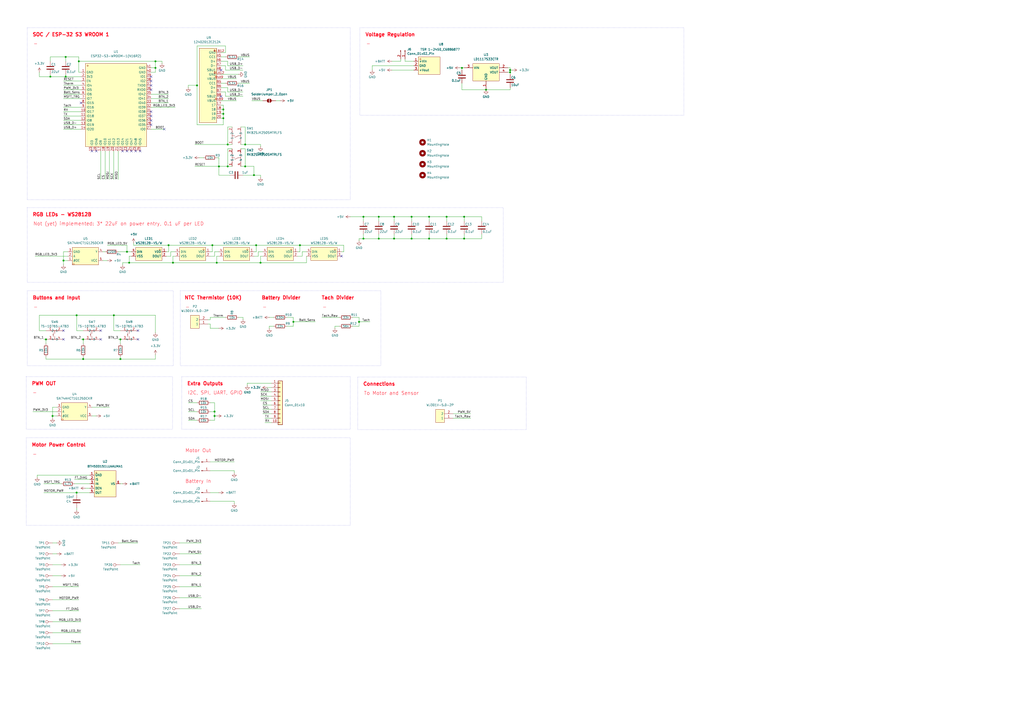
<source format=kicad_sch>
(kicad_sch (version 20250114) (generator "eeschema") (generator_version "9.0")
  (paper "A2")
  (rectangle (start 15.748 168.656) (end 100.584 212.09) (stroke (width 0) (type dot)))
  (rectangle (start 208.788 16.002) (end 396.748 66.802) (stroke (width 0) (type dot)))
  (rectangle (start 15.748 120.396) (end 291.846 163.83) (stroke (width 0) (type dot)))
  (rectangle (start 105.41 218.44) (end 203.2 248.92) (stroke (width 0) (type dot)))
  (rectangle (start 15.24 254) (end 203.2 304.8) (stroke (width 0) (type dot)))
  (rectangle (start 15.24 218.44) (end 100.076 248.92) (stroke (width 0) (type dot)))
  (rectangle (start 207.518 218.694) (end 305.308 249.174) (stroke (width 0) (type dot)))
  (rectangle (start 15.748 16.002) (end 203.2 115.824) (stroke (width 0) (type dot)))
  (rectangle (start 104.648 168.656) (end 220.98 212.09) (stroke (width 0) (type dot)))
  (text "PWM OUT" (at 18.288 221.488 0) (effects (font (size 2 2) (thickness 0.4) (bold yes)) (justify left top)))
  (text "NTC Thermistor (10K)" (at 106.934 171.704 0) (effects (font (size 2 2) (thickness 0.4) (bold yes)) (justify left top)))
  (text "Buttons and Input" (at 18.796 171.704 0) (effects (font (size 2 2) (thickness 0.4) (bold yes)) (justify left top)))
  (text "Extra Outputs" (at 108.458 221.488 0) (effects (font (size 2 2) (thickness 0.4) (bold yes)) (justify left top)))
  (text "-" (at 186.944 177.038 0) (effects (font (size 2 2)) (justify left top)))
  (text "Voltage Regulation" (at 211.836 19.05 0) (effects (font (size 2 2) (thickness 0.4) (bold yes)) (justify left top)))
  (text "Motor Out" (at 107.442 260.35 0) (effects (font (size 2 2)) (justify left top)))
  (text "-" (at 18.796 262.382 0) (effects (font (size 2 2)) (justify left top)))
  (text "RGB LEDs - WS2812B" (at 18.796 123.444 0) (effects (font (size 2 2) (thickness 0.4) (bold yes)) (justify left top)))
  (text "-" (at 107.442 177.038 0) (effects (font (size 2 2)) (justify left top)))
  (text "To Motor and Sensor" (at 211.074 227.076 0) (effects (font (size 2 2)) (justify left top)))
  (text "-" (at 19.304 24.384 0) (effects (font (size 2 2)) (justify left top)))
  (text "SOC / ESP-32 S3 WROOM 1" (at 18.796 19.05 0) (effects (font (size 2 2) (thickness 0.4) (bold yes)) (justify left top)))
  (text "Motor Power Control" (at 18.288 257.048 0) (effects (font (size 2 2) (thickness 0.4) (bold yes)) (justify left top)))
  (text "Not (yet) implemented: 3* 22uF on power entry, 0.1 uF per LED" (at 19.304 128.778 0) (effects (font (size 2 2)) (justify left top)))
  (text "-" (at 19.304 177.038 0) (effects (font (size 2 2)) (justify left top)))
  (text "-" (at 212.344 24.384 0) (effects (font (size 2 2)) (justify left top)))
  (text "-" (at 18.796 226.822 0) (effects (font (size 2 2)) (justify left top)))
  (text "Battery Divider" (at 151.638 171.704 0) (effects (font (size 2 2) (thickness 0.4) (bold yes)) (justify left top)))
  (text "Battery In" (at 107.442 278.13 0) (effects (font (size 2 2)) (justify left top)))
  (text "I2C, SPI, UART, GPIO" (at 108.966 226.822 0) (effects (font (size 2 2)) (justify left top)))
  (text "Connections\n" (at 210.566 221.742 0) (effects (font (size 2 2) (thickness 0.4) (bold yes)) (justify left top)))
  (text "-" (at 152.146 177.038 0) (effects (font (size 2 2)) (justify left top)))
  (text "Tach Divider\n" (at 186.436 171.704 0) (effects (font (size 2 2) (thickness 0.4) (bold yes)) (justify left top)))
  (junction (at 69.85 208.28))
  (junction (at 269.24 125.73))
  (junction (at 219.71 125.73))
  (junction (at 210.82 125.73))
  (junction (at 90.17 35.56))
  (junction (at 295.91 40.64))
  (junction (at 248.92 125.73))
  (junction (at 124.46 241.3))
  (junction (at 38.1 33.02))
  (junction (at 44.45 182.88))
  (junction (at 29.21 44.45))
  (junction (at 248.92 138.43))
  (junction (at 123.19 142.24))
  (junction (at 127 96.52))
  (junction (at 129.54 63.5))
  (junction (at 142.24 96.52))
  (junction (at 36.83 151.13))
  (junction (at 208.28 186.69))
  (junction (at 151.13 152.4))
  (junction (at 219.71 138.43))
  (junction (at 97.79 142.24))
  (junction (at 125.73 152.4))
  (junction (at 26.67 196.85))
  (junction (at 48.26 196.85))
  (junction (at 147.32 101.6))
  (junction (at 170.18 186.69))
  (junction (at 173.99 142.24))
  (junction (at 269.24 138.43))
  (junction (at 48.26 208.28))
  (junction (at 44.45 285.75))
  (junction (at 129.54 68.58))
  (junction (at 148.59 142.24))
  (junction (at 45.72 35.56))
  (junction (at 238.76 138.43))
  (junction (at 259.08 125.73))
  (junction (at 295.91 41.91))
  (junction (at 73.66 146.05))
  (junction (at 281.94 52.07))
  (junction (at 238.76 125.73))
  (junction (at 124.46 238.76))
  (junction (at 129.54 66.04))
  (junction (at 132.08 96.52))
  (junction (at 267.97 39.37))
  (junction (at 90.17 39.37))
  (junction (at 259.08 138.43))
  (junction (at 66.04 182.88))
  (junction (at 69.85 196.85))
  (junction (at 228.6 125.73))
  (junction (at 74.93 152.4))
  (junction (at 132.08 83.82))
  (junction (at 38.1 44.45))
  (junction (at 30.48 241.3))
  (junction (at 210.82 138.43))
  (junction (at 114.3 49.53))
  (junction (at 100.33 152.4))
  (junction (at 142.24 83.82))
  (junction (at 228.6 138.43))
  (no_connect (at 81.28 87.63))
  (no_connect (at 87.63 52.07))
  (no_connect (at 80.01 191.77))
  (no_connect (at 87.63 64.77))
  (no_connect (at 76.2 87.63))
  (no_connect (at 78.74 87.63))
  (no_connect (at 87.63 69.85))
  (no_connect (at 73.66 87.63))
  (no_connect (at 128.27 55.88))
  (no_connect (at 128.27 40.64))
  (no_connect (at 87.63 67.31))
  (no_connect (at 46.99 59.69))
  (no_connect (at 87.63 49.53))
  (no_connect (at 95.25 74.93))
  (no_connect (at 198.12 148.59))
  (no_connect (at 55.88 87.63))
  (no_connect (at 71.12 87.63))
  (no_connect (at 87.63 44.45))
  (no_connect (at 36.83 191.77))
  (no_connect (at 58.42 191.77))
  (no_connect (at 58.42 196.85))
  (no_connect (at 36.83 196.85))
  (no_connect (at 80.01 196.85))
  (no_connect (at 87.63 72.39))
  (no_connect (at 53.34 87.63))
  (no_connect (at 87.63 46.99))
  (wire (pts (xy 109.22 233.68) (xy 114.3 233.68)))
  (wire (pts (xy 142.24 73.66) (xy 139.7 73.66)))
  (wire (pts (xy 151.13 232.41) (xy 157.48 232.41)))
  (wire (pts (xy 99.06 146.05) (xy 101.6 146.05)))
  (wire (pts (xy 142.24 96.52) (xy 147.32 96.52)))
  (wire (pts (xy 210.82 135.89) (xy 210.82 138.43)))
  (wire (pts (xy 26.67 208.28) (xy 26.67 207.01)))
  (wire (pts (xy 44.45 182.88) (xy 22.86 182.88)))
  (wire (pts (xy 227.33 40.64) (xy 240.03 40.64)))
  (wire (pts (xy 228.6 125.73) (xy 238.76 125.73)))
  (wire (pts (xy 138.43 33.02) (xy 144.78 33.02)))
  (wire (pts (xy 46.99 196.85) (xy 48.26 196.85)))
  (wire (pts (xy 36.83 57.15) (xy 46.99 57.15)))
  (wire (pts (xy 121.92 187.96) (xy 121.92 190.5)))
  (wire (pts (xy 19.05 238.76) (xy 33.02 238.76)))
  (wire (pts (xy 294.64 41.91) (xy 295.91 41.91)))
  (wire (pts (xy 22.86 191.77) (xy 26.67 191.77)))
  (wire (pts (xy 130.81 30.48) (xy 130.81 26.67)))
  (wire (pts (xy 109.22 243.84) (xy 114.3 243.84)))
  (wire (pts (xy 68.58 146.05) (xy 73.66 146.05)))
  (wire (pts (xy 259.08 125.73) (xy 269.24 125.73)))
  (wire (pts (xy 73.66 146.05) (xy 76.2 146.05)))
  (wire (pts (xy 21.59 276.86) (xy 21.59 275.59)))
  (wire (pts (xy 194.31 189.23) (xy 196.85 189.23)))
  (wire (pts (xy 30.48 334.01) (xy 35.56 334.01)))
  (wire (pts (xy 129.54 72.39) (xy 129.54 68.58)))
  (wire (pts (xy 128.27 35.56) (xy 132.08 35.56)))
  (wire (pts (xy 87.63 39.37) (xy 90.17 39.37)))
  (wire (pts (xy 172.72 146.05) (xy 173.99 146.05)))
  (wire (pts (xy 152.4 240.03) (xy 157.48 240.03)))
  (wire (pts (xy 238.76 125.73) (xy 248.92 125.73)))
  (wire (pts (xy 100.33 148.59) (xy 100.33 152.4)))
  (wire (pts (xy 130.81 38.1) (xy 128.27 38.1)))
  (wire (pts (xy 87.63 62.23) (xy 101.6 62.23)))
  (wire (pts (xy 87.63 41.91) (xy 90.17 41.91)))
  (wire (pts (xy 104.14 340.36) (xy 116.84 340.36)))
  (wire (pts (xy 104.14 346.71) (xy 116.84 346.71)))
  (wire (pts (xy 36.83 151.13) (xy 36.83 153.67)))
  (wire (pts (xy 234.95 35.56) (xy 240.03 35.56)))
  (wire (pts (xy 38.1 44.45) (xy 29.21 44.45)))
  (wire (pts (xy 295.91 39.37) (xy 295.91 40.64)))
  (wire (pts (xy 38.1 43.18) (xy 38.1 44.45)))
  (wire (pts (xy 157.48 224.79) (xy 154.94 224.79)))
  (wire (pts (xy 69.85 207.01) (xy 69.85 208.28)))
  (wire (pts (xy 127 91.44) (xy 127 96.52)))
  (wire (pts (xy 127 148.59) (xy 125.73 148.59)))
  (wire (pts (xy 238.76 138.43) (xy 248.92 138.43)))
  (wire (pts (xy 48.26 196.85) (xy 48.26 199.39)))
  (wire (pts (xy 30.48 242.57) (xy 30.48 241.3)))
  (wire (pts (xy 208.28 184.15) (xy 208.28 186.69)))
  (wire (pts (xy 118.11 91.44) (xy 115.57 91.44)))
  (wire (pts (xy 29.21 44.45) (xy 22.86 44.45)))
  (wire (pts (xy 147.32 148.59) (xy 149.86 148.59)))
  (wire (pts (xy 228.6 138.43) (xy 238.76 138.43)))
  (wire (pts (xy 295.91 50.8) (xy 295.91 52.07)))
  (wire (pts (xy 44.45 191.77) (xy 48.26 191.77)))
  (wire (pts (xy 219.71 125.73) (xy 228.6 125.73)))
  (wire (pts (xy 30.48 354.33) (xy 45.72 354.33)))
  (wire (pts (xy 134.62 73.66) (xy 132.08 73.66)))
  (wire (pts (xy 45.72 35.56) (xy 45.72 33.02)))
  (wire (pts (xy 138.43 48.26) (xy 144.78 48.26)))
  (wire (pts (xy 295.91 40.64) (xy 295.91 41.91)))
  (wire (pts (xy 153.67 242.57) (xy 157.48 242.57)))
  (wire (pts (xy 46.99 44.45) (xy 38.1 44.45)))
  (wire (pts (xy 104.14 321.31) (xy 116.84 321.31)))
  (wire (pts (xy 130.81 53.34) (xy 130.81 55.88)))
  (wire (pts (xy 69.85 327.66) (xy 81.28 327.66)))
  (wire (pts (xy 210.82 138.43) (xy 219.71 138.43)))
  (wire (pts (xy 238.76 125.73) (xy 238.76 128.27)))
  (wire (pts (xy 128.27 45.72) (xy 137.16 45.72)))
  (wire (pts (xy 208.28 138.43) (xy 210.82 138.43)))
  (wire (pts (xy 151.13 227.33) (xy 157.48 227.33)))
  (wire (pts (xy 45.72 41.91) (xy 45.72 35.56)))
  (wire (pts (xy 22.86 182.88) (xy 22.86 191.77)))
  (wire (pts (xy 128.27 66.04) (xy 129.54 66.04)))
  (wire (pts (xy 142.24 83.82) (xy 151.13 83.82)))
  (wire (pts (xy 129.54 68.58) (xy 129.54 66.04)))
  (wire (pts (xy 46.99 41.91) (xy 45.72 41.91)))
  (wire (pts (xy 39.37 146.05) (xy 36.83 146.05)))
  (wire (pts (xy 87.63 57.15) (xy 97.79 57.15)))
  (wire (pts (xy 90.17 182.88) (xy 90.17 193.04)))
  (wire (pts (xy 59.69 146.05) (xy 60.96 146.05)))
  (wire (pts (xy 68.58 196.85) (xy 69.85 196.85)))
  (wire (pts (xy 121.92 190.5) (xy 127 190.5)))
  (wire (pts (xy 113.03 83.82) (xy 132.08 83.82)))
  (wire (pts (xy 128.27 48.26) (xy 130.81 48.26)))
  (wire (pts (xy 87.63 54.61) (xy 97.79 54.61)))
  (wire (pts (xy 132.08 53.34) (xy 140.97 53.34)))
  (wire (pts (xy 123.19 142.24) (xy 148.59 142.24)))
  (wire (pts (xy 120.65 185.42) (xy 121.92 185.42)))
  (wire (pts (xy 139.7 96.52) (xy 142.24 96.52)))
  (wire (pts (xy 25.4 285.75) (xy 44.45 285.75)))
  (wire (pts (xy 135.89 290.83) (xy 135.89 292.1)))
  (wire (pts (xy 262.89 242.57) (xy 273.05 242.57)))
  (wire (pts (xy 170.18 184.15) (xy 170.18 186.69)))
  (wire (pts (xy 30.48 367.03) (xy 46.99 367.03)))
  (wire (pts (xy 219.71 125.73) (xy 219.71 128.27)))
  (wire (pts (xy 90.17 39.37) (xy 90.17 41.91)))
  (wire (pts (xy 259.08 135.89) (xy 259.08 138.43)))
  (wire (pts (xy 135.89 273.05) (xy 135.89 274.32)))
  (wire (pts (xy 130.81 26.67) (xy 114.3 26.67)))
  (wire (pts (xy 248.92 125.73) (xy 248.92 128.27)))
  (wire (pts (xy 49.53 283.21) (xy 52.07 283.21)))
  (wire (pts (xy 77.47 142.24) (xy 97.79 142.24)))
  (wire (pts (xy 38.1 33.02) (xy 45.72 33.02)))
  (wire (pts (xy 166.37 184.15) (xy 170.18 184.15)))
  (wire (pts (xy 48.26 207.01) (xy 48.26 208.28)))
  (wire (pts (xy 30.48 347.98) (xy 45.72 347.98)))
  (wire (pts (xy 90.17 182.88) (xy 66.04 182.88)))
  (wire (pts (xy 30.48 236.22) (xy 33.02 236.22)))
  (wire (pts (xy 30.48 373.38) (xy 46.99 373.38)))
  (wire (pts (xy 266.7 39.37) (xy 267.97 39.37)))
  (wire (pts (xy 104.14 327.66) (xy 116.84 327.66)))
  (wire (pts (xy 147.32 146.05) (xy 148.59 146.05)))
  (wire (pts (xy 71.12 153.67) (xy 71.12 152.4)))
  (wire (pts (xy 232.41 35.56) (xy 232.41 34.29)))
  (wire (pts (xy 44.45 294.64) (xy 44.45 295.91)))
  (wire (pts (xy 128.27 53.34) (xy 130.81 53.34)))
  (wire (pts (xy 22.86 44.45) (xy 22.86 41.91)))
  (wire (pts (xy 152.4 148.59) (xy 151.13 148.59)))
  (wire (pts (xy 203.2 125.73) (xy 210.82 125.73)))
  (wire (pts (xy 66.04 182.88) (xy 66.04 191.77)))
  (wire (pts (xy 139.7 86.36) (xy 142.24 86.36)))
  (wire (pts (xy 36.83 69.85) (xy 46.99 69.85)))
  (wire (pts (xy 269.24 125.73) (xy 269.24 128.27)))
  (wire (pts (xy 132.08 38.1) (xy 140.97 38.1)))
  (wire (pts (xy 25.4 280.67) (xy 35.56 280.67)))
  (wire (pts (xy 140.97 40.64) (xy 130.81 40.64)))
  (wire (pts (xy 215.9 38.1) (xy 240.03 38.1)))
  (wire (pts (xy 234.95 34.29) (xy 234.95 35.56)))
  (wire (pts (xy 204.47 184.15) (xy 208.28 184.15)))
  (wire (pts (xy 140.97 184.15) (xy 140.97 185.42)))
  (wire (pts (xy 44.45 285.75) (xy 44.45 287.02)))
  (wire (pts (xy 36.83 62.23) (xy 46.99 62.23)))
  (wire (pts (xy 199.39 142.24) (xy 199.39 146.05)))
  (wire (pts (xy 175.26 146.05) (xy 177.8 146.05)))
  (wire (pts (xy 186.69 184.15) (xy 196.85 184.15)))
  (wire (pts (xy 142.24 86.36) (xy 142.24 96.52)))
  (wire (pts (xy 295.91 52.07) (xy 281.94 52.07)))
  (wire (pts (xy 121.92 233.68) (xy 124.46 233.68)))
  (wire (pts (xy 134.62 86.36) (xy 132.08 86.36)))
  (wire (pts (xy 114.3 26.67) (xy 114.3 49.53)))
  (wire (pts (xy 53.34 236.22) (xy 63.5 236.22)))
  (wire (pts (xy 97.79 142.24) (xy 123.19 142.24)))
  (wire (pts (xy 96.52 148.59) (xy 99.06 148.59)))
  (wire (pts (xy 142.24 83.82) (xy 142.24 73.66)))
  (wire (pts (xy 199.39 146.05) (xy 198.12 146.05)))
  (wire (pts (xy 128.27 33.02) (xy 130.81 33.02)))
  (wire (pts (xy 120.65 187.96) (xy 121.92 187.96)))
  (wire (pts (xy 132.08 83.82) (xy 134.62 83.82)))
  (wire (pts (xy 121.92 290.83) (xy 135.89 290.83)))
  (wire (pts (xy 153.67 245.11) (xy 157.48 245.11)))
  (wire (pts (xy 172.72 148.59) (xy 175.26 148.59)))
  (wire (pts (xy 127 96.52) (xy 132.08 96.52)))
  (wire (pts (xy 140.97 101.6) (xy 147.32 101.6)))
  (wire (pts (xy 133.35 101.6) (xy 127 101.6)))
  (wire (pts (xy 129.54 63.5) (xy 129.54 60.96)))
  (wire (pts (xy 77.47 140.97) (xy 77.47 142.24)))
  (wire (pts (xy 100.33 152.4) (xy 125.73 152.4)))
  (wire (pts (xy 148.59 142.24) (xy 173.99 142.24)))
  (wire (pts (xy 71.12 152.4) (xy 74.93 152.4)))
  (wire (pts (xy 139.7 83.82) (xy 142.24 83.82)))
  (wire (pts (xy 262.89 240.03) (xy 273.05 240.03)))
  (wire (pts (xy 48.26 208.28) (xy 26.67 208.28)))
  (wire (pts (xy 30.48 360.68) (xy 46.99 360.68)))
  (wire (pts (xy 170.18 186.69) (xy 182.88 186.69)))
  (wire (pts (xy 36.83 67.31) (xy 46.99 67.31)))
  (wire (pts (xy 208.28 139.7) (xy 208.28 138.43)))
  (wire (pts (xy 63.5 87.63) (xy 63.5 104.14)))
  (wire (pts (xy 60.96 87.63) (xy 60.96 104.14)))
  (wire (pts (xy 90.17 35.56) (xy 93.98 35.56)))
  (wire (pts (xy 36.83 151.13) (xy 39.37 151.13)))
  (wire (pts (xy 26.67 196.85) (xy 26.67 199.39)))
  (wire (pts (xy 121.92 148.59) (xy 124.46 148.59)))
  (wire (pts (xy 121.92 184.15) (xy 121.92 185.42)))
  (wire (pts (xy 210.82 125.73) (xy 219.71 125.73)))
  (wire (pts (xy 219.71 138.43) (xy 228.6 138.43)))
  (wire (pts (xy 238.76 135.89) (xy 238.76 138.43)))
  (wire (pts (xy 125.73 241.3) (xy 124.46 241.3)))
  (wire (pts (xy 66.04 87.63) (xy 66.04 104.14)))
  (wire (pts (xy 127 101.6) (xy 127 96.52)))
  (wire (pts (xy 30.48 340.36) (xy 45.72 340.36)))
  (wire (pts (xy 30.48 321.31) (xy 33.02 321.31)))
  (wire (pts (xy 148.59 142.24) (xy 148.59 146.05)))
  (wire (pts (xy 208.28 186.69) (xy 208.28 189.23)))
  (wire (pts (xy 143.51 223.52) (xy 143.51 222.25)))
  (wire (pts (xy 101.6 148.59) (xy 100.33 148.59)))
  (wire (pts (xy 129.54 66.04) (xy 129.54 63.5)))
  (wire (pts (xy 149.86 148.59) (xy 149.86 146.05)))
  (wire (pts (xy 66.04 191.77) (xy 69.85 191.77)))
  (wire (pts (xy 29.21 35.56) (xy 29.21 33.02)))
  (wire (pts (xy 267.97 39.37) (xy 267.97 40.64)))
  (wire (pts (xy 269.24 125.73) (xy 279.4 125.73)))
  (wire (pts (xy 175.26 148.59) (xy 175.26 146.05)))
  (wire (pts (xy 43.18 278.13) (xy 52.07 278.13)))
  (wire (pts (xy 295.91 41.91) (xy 295.91 43.18)))
  (wire (pts (xy 248.92 138.43) (xy 259.08 138.43)))
  (wire (pts (xy 43.18 280.67) (xy 52.07 280.67)))
  (wire (pts (xy 25.4 196.85) (xy 26.67 196.85)))
  (wire (pts (xy 96.52 146.05) (xy 97.79 146.05)))
  (wire (pts (xy 156.21 189.23) (xy 158.75 189.23)))
  (wire (pts (xy 69.85 208.28) (xy 48.26 208.28)))
  (wire (pts (xy 36.83 146.05) (xy 36.83 151.13)))
  (wire (pts (xy 87.63 74.93) (xy 95.25 74.93)))
  (wire (pts (xy 99.06 148.59) (xy 99.06 146.05)))
  (wire (pts (xy 104.14 353.06) (xy 116.84 353.06)))
  (wire (pts (xy 62.23 142.24) (xy 73.66 142.24)))
  (wire (pts (xy 104.14 334.01) (xy 116.84 334.01)))
  (wire (pts (xy 146.05 58.42) (xy 152.4 58.42)))
  (wire (pts (xy 259.08 125.73) (xy 259.08 128.27)))
  (wire (pts (xy 59.69 151.13) (xy 62.23 151.13)))
  (wire (pts (xy 124.46 146.05) (xy 127 146.05)))
  (wire (pts (xy 151.13 152.4) (xy 177.8 152.4)))
  (wire (pts (xy 248.92 135.89) (xy 248.92 138.43)))
  (wire (pts (xy 294.64 39.37) (xy 295.91 39.37)))
  (wire (pts (xy 104.14 314.96) (xy 116.84 314.96)))
  (wire (pts (xy 170.18 189.23) (xy 166.37 189.23)))
  (wire (pts (xy 128.27 68.58) (xy 129.54 68.58)))
  (wire (pts (xy 219.71 135.89) (xy 219.71 138.43)))
  (wire (pts (xy 44.45 182.88) (xy 44.45 191.77)))
  (wire (pts (xy 228.6 135.89) (xy 228.6 138.43)))
  (wire (pts (xy 29.21 33.02) (xy 38.1 33.02)))
  (wire (pts (xy 259.08 138.43) (xy 269.24 138.43)))
  (wire (pts (xy 44.45 285.75) (xy 52.07 285.75)))
  (wire (pts (xy 160.02 58.42) (xy 162.56 58.42)))
  (wire (pts (xy 124.46 233.68) (xy 124.46 238.76)))
  (wire (pts (xy 66.04 182.88) (xy 44.45 182.88)))
  (wire (pts (xy 156.21 190.5) (xy 156.21 189.23)))
  (wire (pts (xy 177.8 152.4) (xy 177.8 148.59)))
  (wire (pts (xy 58.42 87.63) (xy 58.42 104.14)))
  (wire (pts (xy 151.13 102.87) (xy 151.13 101.6)))
  (wire (pts (xy 269.24 138.43) (xy 279.4 138.43)))
  (wire (pts (xy 114.3 49.53) (xy 114.3 72.39)))
  (wire (pts (xy 36.83 46.99) (xy 46.99 46.99)))
  (wire (pts (xy 124.46 243.84) (xy 121.92 243.84)))
  (wire (pts (xy 113.03 96.52) (xy 127 96.52)))
  (wire (pts (xy 152.4 234.95) (xy 157.48 234.95)))
  (wire (pts (xy 130.81 40.64) (xy 130.81 38.1)))
  (wire (pts (xy 76.2 148.59) (xy 74.93 148.59)))
  (wire (pts (xy 151.13 148.59) (xy 151.13 152.4)))
  (wire (pts (xy 128.27 43.18) (xy 138.43 43.18)))
  (wire (pts (xy 36.83 72.39) (xy 46.99 72.39)))
  (wire (pts (xy 29.21 43.18) (xy 29.21 44.45)))
  (wire (pts (xy 132.08 35.56) (xy 132.08 38.1)))
  (wire (pts (xy 227.33 35.56) (xy 232.41 35.56)))
  (wire (pts (xy 121.92 238.76) (xy 124.46 238.76)))
  (wire (pts (xy 124.46 238.76) (xy 124.46 241.3)))
  (wire (pts (xy 90.17 205.74) (xy 90.17 208.28)))
  (wire (pts (xy 210.82 128.27) (xy 210.82 125.73)))
  (wire (pts (xy 68.58 87.63) (xy 68.58 104.14)))
  (wire (pts (xy 20.32 148.59) (xy 39.37 148.59)))
  (wire (pts (xy 36.83 54.61) (xy 46.99 54.61)))
  (wire (pts (xy 69.85 280.67) (xy 71.12 280.67)))
  (wire (pts (xy 36.83 49.53) (xy 46.99 49.53)))
  (wire (pts (xy 151.13 229.87) (xy 157.48 229.87)))
  (wire (pts (xy 295.91 40.64) (xy 297.18 40.64)))
  (wire (pts (xy 36.83 52.07) (xy 46.99 52.07)))
  (wire (pts (xy 109.22 50.8) (xy 109.22 49.53)))
  (wire (pts (xy 30.48 241.3) (xy 30.48 236.22)))
  (wire (pts (xy 30.48 314.96) (xy 33.02 314.96)))
  (wire (pts (xy 128.27 58.42) (xy 137.16 58.42)))
  (wire (pts (xy 228.6 125.73) (xy 228.6 128.27)))
  (wire (pts (xy 170.18 186.69) (xy 170.18 189.23)))
  (wire (pts (xy 132.08 86.36) (xy 132.08 96.52)))
  (wire (pts (xy 125.73 91.44) (xy 127 91.44)))
  (wire (pts (xy 143.51 222.25) (xy 157.48 222.25)))
  (wire (pts (xy 152.4 237.49) (xy 157.48 237.49)))
  (wire (pts (xy 208.28 189.23) (xy 204.47 189.23)))
  (wire (pts (xy 109.22 49.53) (xy 114.3 49.53)))
  (wire (pts (xy 267.97 39.37) (xy 269.24 39.37)))
  (wire (pts (xy 73.66 142.24) (xy 73.66 146.05)))
  (wire (pts (xy 129.54 60.96) (xy 128.27 60.96)))
  (wire (pts (xy 21.59 275.59) (xy 52.07 275.59)))
  (wire (pts (xy 128.27 50.8) (xy 132.08 50.8)))
  (wire (pts (xy 149.86 146.05) (xy 152.4 146.05)))
  (wire (pts (xy 151.13 101.6) (xy 147.32 101.6)))
  (wire (pts (xy 93.98 36.83) (xy 93.98 35.56)))
  (wire (pts (xy 124.46 241.3) (xy 124.46 243.84)))
  (wire (pts (xy 269.24 135.89) (xy 269.24 138.43)))
  (wire (pts (xy 30.48 327.66) (xy 35.56 327.66)))
  (wire (pts (xy 132.08 50.8) (xy 132.08 53.34)))
  (wire (pts (xy 68.58 314.96) (xy 80.01 314.96)))
  (wire (pts (xy 138.43 184.15) (xy 140.97 184.15)))
  (wire (pts (xy 36.83 74.93) (xy 46.99 74.93)))
  (wire (pts (xy 36.83 64.77) (xy 46.99 64.77)))
  (wire (pts (xy 279.4 138.43) (xy 279.4 135.89)))
  (wire (pts (xy 109.22 238.76) (xy 114.3 238.76)))
  (wire (pts (xy 121.92 146.05) (xy 123.19 146.05)))
  (wire (pts (xy 74.93 152.4) (xy 100.33 152.4)))
  (wire (pts (xy 267.97 48.26) (xy 267.97 52.07)))
  (wire (pts (xy 132.08 73.66) (xy 132.08 83.82)))
  (wire (pts (xy 90.17 35.56) (xy 90.17 39.37)))
  (wire (pts (xy 267.97 52.07) (xy 281.94 52.07)))
  (wire (pts (xy 121.92 285.75) (xy 127 285.75)))
  (wire (pts (xy 125.73 148.59) (xy 125.73 152.4)))
  (wire (pts (xy 121.92 267.97) (xy 135.89 267.97)))
  (wire (pts (xy 38.1 33.02) (xy 38.1 35.56)))
  (wire (pts (xy 130.81 55.88) (xy 140.97 55.88)))
  (wire (pts (xy 97.79 146.05) (xy 97.79 142.24)))
  (wire (pts (xy 125.73 152.4) (xy 151.13 152.4)))
  (wire (pts (xy 248.92 125.73) (xy 259.08 125.73)))
  (wire (pts (xy 215.9 40.64) (xy 215.9 38.1)))
  (wire (pts (xy 208.28 186.69) (xy 214.63 186.69)))
  (wire (pts (xy 173.99 142.24) (xy 173.99 146.05)))
  (wire (pts (xy 74.93 148.59) (xy 74.93 152.4)))
  (wire (pts (xy 173.99 142.24) (xy 199.39 142.24)))
  (wire (pts (xy 53.34 241.3) (xy 55.88 241.3)))
  (wire (pts (xy 114.3 72.39) (xy 129.54 72.39)))
  (wire (pts (xy 194.31 190.5) (xy 194.31 189.23)))
  (wire (pts (xy 156.21 184.15) (xy 158.75 184.15)))
  (wire (pts (xy 132.08 96.52) (xy 134.62 96.52)))
  (wire (pts (xy 69.85 196.85) (xy 69.85 199.39)))
  (wire (pts (xy 30.48 241.3) (xy 33.02 241.3)))
  (wire (pts (xy 279.4 125.73) (xy 279.4 128.27)))
  (wire (pts (xy 151.13 85.09) (xy 151.13 83.82)))
  (wire (pts (xy 121.92 273.05) (xy 135.89 273.05)))
  (wire (pts (xy 128.27 30.48) (xy 130.81 30.48)))
  (wire (pts (xy 121.92 184.15) (xy 130.81 184.15)))
  (wire (pts (xy 87.63 59.69) (xy 97.79 59.69)))
  (wire (pts (xy 123.19 142.24) (xy 123.19 146.05)))
  (wire (pts (xy 45.72 35.56) (xy 90.17 35.56)))
  (wire (pts (xy 90.17 208.28) (xy 69.85 208.28)))
  (wire (pts (xy 128.27 63.5) (xy 129.54 63.5)))
  (wire (pts (xy 147.32 96.52) (xy 147.32 101.6)))
  (wire (pts (xy 124.46 148.59) (xy 124.46 146.05)))
  (label "SCL" (at 58.42 104.14 90))
  (label "Batt_Sens" (at 36.83 54.61 0))
  (label "USB_D-" (at 140.97 40.64 180))
  (label "MISO" (at 151.13 227.33 0))
  (label "Batt_Sens" (at 80.01 314.96 180))
  (label "BTN_1" (at 97.79 59.69 180))
  (label "MOSI" (at 63.5 104.14 90))
  (label "SCK" (at 151.13 229.87 0))
  (label "BTN_2" (at 46.99 196.85 180))
  (label "USB_D-" (at 36.83 72.39 0))
  (label "BTN_1" (at 116.84 340.36 180))
  (label "SDA" (at 36.83 69.85 0))
  (label "Tach" (at 81.28 327.66 180))
  (label "Therm" (at 36.83 49.53 0))
  (label "VBUS" (at 137.16 58.42 180))
  (label "PWM_3V3" (at 116.84 314.96 180))
  (label "RX" (at 153.67 245.11 0))
  (label "USB_D+" (at 140.97 53.34 180))
  (label "MSFT_TRG" (at 25.4 280.67 0))
  (label "SCL" (at 152.4 237.49 0))
  (label "MSFT_TRG" (at 45.72 340.36 180))
  (label "RESET" (at 113.03 96.52 0))
  (label "CS" (at 109.22 233.68 0))
  (label "BTN_2" (at 116.84 334.01 180))
  (label "VBUS" (at 146.05 58.42 0))
  (label "PWM_3V3" (at 36.83 52.07 0))
  (label "PWM_5V" (at 63.5 236.22 180))
  (label "BTN_2" (at 97.79 57.15 180))
  (label "MOTOR_PWR" (at 45.72 347.98 180))
  (label "MOTOR_PWR" (at 25.4 285.75 0))
  (label "CS" (at 152.4 234.95 0))
  (label "CS" (at 60.96 104.14 90))
  (label "Batt_Sens" (at 182.88 186.69 180))
  (label "Tach_Raw" (at 273.05 242.57 180))
  (label "USB_D+" (at 36.83 74.93 0))
  (label "USB_D-" (at 116.84 346.71 180))
  (label "BTN_3" (at 116.84 327.66 180))
  (label "VBUS" (at 137.16 45.72 180))
  (label "PWM_3V3" (at 19.05 238.76 0))
  (label "Tach_Raw" (at 186.69 184.15 0))
  (label "MOTOR_PWR" (at 135.89 267.97 180))
  (label "SDA" (at 109.22 243.84 0))
  (label "PWM_5V" (at 116.84 321.31 180))
  (label "VBUS" (at 144.78 33.02 180))
  (label "Therm" (at 129.54 184.15 180))
  (label "PWM_5V" (at 273.05 240.03 180))
  (label "BOOT" (at 95.25 74.93 180))
  (label "SDA" (at 152.4 240.03 0))
  (label "TX" (at 36.83 67.31 0))
  (label "Tach" (at 214.63 186.69 180))
  (label "RGB_LED_3V3" (at 101.6 62.23 180))
  (label "MSFT_TRG" (at 36.83 57.15 0))
  (label "USB_D-" (at 140.97 55.88 180))
  (label "RESET" (at 36.83 46.99 0))
  (label "MISO" (at 68.58 104.14 90))
  (label "Therm" (at 46.99 373.38 180))
  (label "SCL" (at 109.22 238.76 0))
  (label "RX" (at 36.83 64.77 0))
  (label "TX" (at 153.67 242.57 0))
  (label "RGB_LED_5V" (at 62.23 142.24 0))
  (label "BOOT" (at 113.03 83.82 0))
  (label "RGB_LED_3V3" (at 46.99 360.68 180))
  (label "FT_DIAG" (at 45.72 354.33 180))
  (label "Tach" (at 36.83 62.23 0))
  (label "BTN_1" (at 25.4 196.85 180))
  (label "FT_DIAG" (at 43.18 278.13 0))
  (label "USB_D+" (at 140.97 38.1 180))
  (label "BTN_3" (at 68.58 196.85 180))
  (label "RGB_LED_5V" (at 46.99 367.03 180))
  (label "SCK" (at 66.04 104.14 90))
  (label "VBUS" (at 144.78 48.26 180))
  (label "BTN_3" (at 97.79 54.61 180))
  (label "MOSI" (at 151.13 232.41 0))
  (label "USB_D+" (at 116.84 353.06 180))
  (label "RGB_LED_3V3" (at 20.32 148.59 0))
  (symbol (lib_id "easyeda2kicad:TS-1076S-A7B3") (at 74.93 194.31 0) (unit 1)
    (property "Reference" "SW8" (at 74.93 186.69 0))
    (property "Value" "TS-1076S-A7B3" (at 74.93 189.23 0))
    (property "Footprint" "easyeda2kicad:KEY-SMD_4P-L5.2-W5.2-P3.7-LS6.4-TL" (effects (hide yes)))
    (property "Datasheet" "https://lcsc.com/product-detail/Tactile-Switches_Yuandi-TS-1076S-A7B3_C492950.html" (effects (hide yes)))
    (property "LCSC Part" "C492950" (effects (hide yes)))
  )
  (symbol (lib_id "Device:R") (at 69.85 203.2 0) (mirror x) (unit 1)
    (property "Reference" "R7" (at 67.056 203.2 0))
    (property "Value" "10k" (at 69.85 203.2 90))
    (property "Footprint" "Resistor_SMD:R_0805_2012Metric_Pad1.20x1.40mm_HandSolder" (effects (hide yes)))
    (property "Description" "Resistor" (effects (hide yes)))
  )
  (symbol (lib_id "Device:R") (at 200.66 189.23 90) (mirror x) (unit 1)
    (property "Reference" "R12" (at 204.978 187.706 90))
    (property "Value" "56k" (at 200.66 189.23 90))
    (property "Footprint" "Resistor_SMD:R_0805_2012Metric_Pad1.20x1.40mm_HandSolder" (effects (hide yes)))
    (property "Description" "Resistor" (effects (hide yes)))
  )
  (symbol (lib_id "Device:R") (at 121.92 91.44 270) (unit 1)
    (property "Reference" "R3" (at 126.238 90.17 90))
    (property "Value" "10k" (at 121.92 91.44 90))
    (property "Footprint" "Resistor_SMD:R_0805_2012Metric_Pad1.20x1.40mm_HandSolder" (effects (hide yes)))
    (property "Description" "Resistor" (effects (hide yes)))
  )
  (symbol (lib_id "easyeda2kicad:WJ301V-5.0-2P") (at 257.81 241.3 90) (unit 1)
    (property "Reference" "P1" (at 255.27 232.41 90))
    (property "Value" "WJ301V-5.0-2P" (at 255.27 234.95 90))
    (property "Footprint" "easyeda2kicad:CONN-TH_2P-P5.00_WJ301V-5.00-2P" (effects (hide yes)))
    (property "Datasheet" "https://lcsc.com/product-detail/Terminal-Blocks_WJ301V-5-00-2P_C8475.html" (effects (hide yes)))
    (property "LCSC Part" "C8475" (effects (hide yes)))
  )
  (symbol (lib_id "power:+3.3V") (at 154.94 224.79 90) (unit 1)
    (property "Reference" "#PWR039" (effects (hide yes)))
    (property "Value" "+3.3V" (at 151.13 224.7899 90) (effects (justify left)))
    (property "Description" "Power symbol creates a global label with name \"+3.3V\"" (effects (hide yes)))
  )
  (symbol (lib_id "power:GND") (at 93.98 36.83 0) (unit 1)
    (property "Reference" "#PWR01" (effects (hide yes)))
    (property "Value" "GND" (at 93.98 40.894 0))
    (property "Description" "Power symbol creates a global label with name \"GND\" , ground" (effects (hide yes)))
  )
  (symbol (lib_id "Connector:TestPoint") (at 30.48 340.36 90) (unit 1)
    (property "Reference" "TP5" (at 22.352 340.36 90) (effects (justify right)))
    (property "Value" "TestPoint" (at 20.32 342.9 90) (effects (justify right)))
    (property "Footprint" "TestPoint:TestPoint_Pad_D1.0mm" (effects (hide yes)))
    (property "Description" "test point" (effects (hide yes)))
  )
  (symbol (lib_id "Connector:Conn_01x01_Pin") (at 116.84 285.75 0) (unit 1)
    (property "Reference" "J3" (at 114.808 283.464 0))
    (property "Value" "Conn_01x01_Pin" (at 108.204 285.75 0))
    (property "Footprint" "Connector_Wire:SolderWirePad_1x01_SMD_5x10mm" (effects (hide yes)))
    (property "Description" "Generic connector, single row, 01x01, script generated" (effects (hide yes)))
  )
  (symbol (lib_id "Mechanical:MountingHole") (at 245.11 88.9 0) (unit 1) (in_bom no)
    (property "Reference" "H2" (at 247.65 87.6299 0) (effects (justify left)))
    (property "Value" "MountingHole" (at 247.65 90.1699 0) (effects (justify left)))
    (property "Footprint" "MountingHole:MountingHole_3.2mm_M3_Pad_Via" (effects (hide yes)))
    (property "Description" "Mounting Hole without connection" (effects (hide yes)))
  )
  (symbol (lib_id "Device:C") (at 44.45 290.83 180) (unit 1)
    (property "Reference" "C4" (at 41.148 290.83 0) (effects (justify left)))
    (property "Value" "10nF" (at 43.18 288.29 0) (effects (justify left)))
    (property "Footprint" "Resistor_SMD:R_0805_2012Metric_Pad1.20x1.40mm_HandSolder" (effects (hide yes)))
    (property "Description" "Unpolarized capacitor" (effects (hide yes)))
  )
  (symbol (lib_id "Device:C") (at 29.21 39.37 0) (unit 1)
    (property "Reference" "C1" (at 29.718 37.338 0) (effects (justify left)))
    (property "Value" "22uF" (at 29.718 41.656 0) (effects (justify left)))
    (property "Footprint" "Resistor_SMD:R_0805_2012Metric_Pad1.20x1.40mm_HandSolder" (effects (hide yes)))
    (property "Description" "Unpolarized capacitor" (effects (hide yes)))
  )
  (symbol (lib_id "Device:C") (at 137.16 101.6 90) (unit 1)
    (property "Reference" "C3" (at 135.382 100.076 90) (effects (justify left)))
    (property "Value" "1uF" (at 144.018 100.076 90) (effects (justify left)))
    (property "Footprint" "Resistor_SMD:R_0805_2012Metric_Pad1.20x1.40mm_HandSolder" (effects (hide yes)))
    (property "Description" "Unpolarized capacitor" (effects (hide yes)))
  )
  (symbol (lib_id "power:+3.3V") (at 297.18 40.64 270) (unit 1)
    (property "Reference" "#PWR038" (effects (hide yes)))
    (property "Value" "+3.3V" (at 300.99 40.6399 90) (effects (justify left)))
    (property "Description" "Power symbol creates a global label with name \"+3.3V\"" (effects (hide yes)))
  )
  (symbol (lib_id "Device:R") (at 162.56 184.15 90) (mirror x) (unit 1)
    (property "Reference" "R10" (at 167.386 182.626 90))
    (property "Value" "330k" (at 162.56 184.15 90))
    (property "Footprint" "Resistor_SMD:R_0805_2012Metric_Pad1.20x1.40mm_HandSolder" (effects (hide yes)))
    (property "Description" "Resistor" (effects (hide yes)))
  )
  (symbol (lib_id "Device:C") (at 267.97 44.45 0) (mirror y) (unit 1)
    (property "Reference" "C5" (at 267.462 42.418 0) (effects (justify left)))
    (property "Value" "0.1uF" (at 267.462 46.736 0) (effects (justify left)))
    (property "Footprint" "Resistor_SMD:R_0805_2012Metric_Pad1.20x1.40mm_HandSolder" (effects (hide yes)))
    (property "Description" "Unpolarized capacitor" (effects (hide yes)))
  )
  (symbol (lib_id "power:GND") (at 135.89 274.32 0) (unit 1)
    (property "Reference" "#PWR032" (effects (hide yes)))
    (property "Value" "GND" (at 135.89 278.384 0))
    (property "Description" "Power symbol creates a global label with name \"GND\" , ground" (effects (hide yes)))
  )
  (symbol (lib_id "power:GND") (at 33.02 314.96 90) (unit 1)
    (property "Reference" "#PWR024" (effects (hide yes)))
    (property "Value" "GND" (at 37.084 314.96 0))
    (property "Description" "Power symbol creates a global label with name \"GND\" , ground" (effects (hide yes)))
  )
  (symbol (lib_id "easyeda2kicad:RKB2SJK250SMTRLFS") (at 137.16 88.9 90) (unit 1)
    (property "Reference" "SW2" (at 143.002 87.122 90) (effects (justify right)))
    (property "Value" "RKB2SJK250SMTRLFS" (at 143.002 89.662 90) (effects (justify right)))
    (property "Footprint" "easyeda2kicad:SW-SMD_4P-L4.2-W3.2-P2.15-LS4.6" (effects (hide yes)))
    (property "LCSC Part" "C2927789" (effects (hide yes)))
  )
  (symbol (lib_id "Device:R") (at 134.62 48.26 270) (unit 1)
    (property "Reference" "R16" (at 139.446 49.784 90))
    (property "Value" "5.1k" (at 134.62 48.26 90))
    (property "Footprint" "Resistor_SMD:R_0805_2012Metric_Pad1.20x1.40mm_HandSolder" (effects (hide yes)))
    (property "Description" "Resistor" (effects (hide yes)))
  )
  (symbol (lib_id "power:+BATT") (at 127 285.75 270) (mirror x) (unit 1)
    (property "Reference" "#PWR034" (effects (hide yes)))
    (property "Value" "+BATT" (at 130.81 285.7499 90) (effects (justify left)))
    (property "Description" "Power symbol creates a global label with name \"+BATT\"" (effects (hide yes)))
  )
  (symbol (lib_id "power:+5V") (at 203.2 125.73 90) (unit 1)
    (property "Reference" "#PWR044" (effects (hide yes)))
    (property "Value" "+5V" (at 199.39 125.7299 90) (effects (justify left)))
    (property "Description" "Power symbol creates a global label with name \"+5V\"" (effects (hide yes)))
  )
  (symbol (lib_id "Device:R") (at 26.67 203.2 0) (unit 1)
    (property "Reference" "R5" (at 23.876 203.2 0))
    (property "Value" "10k" (at 26.67 203.2 90))
    (property "Footprint" "Resistor_SMD:R_0805_2012Metric_Pad1.20x1.40mm_HandSolder" (effects (hide yes)))
    (property "Description" "Resistor" (effects (hide yes)))
  )
  (symbol (lib_id "power:+5V") (at 77.47 140.97 0) (unit 1)
    (property "Reference" "#PWR07" (effects (hide yes)))
    (property "Value" "+5V" (at 77.47 135.89 0))
    (property "Description" "Power symbol creates a global label with name \"+5V\"" (effects (hide yes)))
  )
  (symbol (lib_id "power:+5V") (at 227.33 40.64 90) (unit 1)
    (property "Reference" "#PWR028" (effects (hide yes)))
    (property "Value" "+5V" (at 223.52 40.6399 90) (effects (justify left)))
    (property "Description" "Power symbol creates a global label with name \"+5V\"" (effects (hide yes)))
  )
  (symbol (lib_id "Connector:TestPoint") (at 104.14 340.36 90) (unit 1)
    (property "Reference" "TP25" (at 94.488 340.36 90) (effects (justify right)))
    (property "Value" "TestPoint" (at 93.98 342.9 90) (effects (justify right)))
    (property "Footprint" "TestPoint:TestPoint_Pad_D1.0mm" (effects (hide yes)))
    (property "Description" "test point" (effects (hide yes)))
  )
  (symbol (lib_id "power:+BATT") (at 71.12 280.67 270) (mirror x) (unit 1)
    (property "Reference" "#PWR019" (effects (hide yes)))
    (property "Value" "+BATT" (at 74.93 280.6699 90) (effects (justify left)))
    (property "Description" "Power symbol creates a global label with name \"+BATT\"" (effects (hide yes)))
  )
  (symbol (lib_id "power:+3.3V") (at 90.17 205.74 0) (unit 1)
    (property "Reference" "#PWR012" (effects (hide yes)))
    (property "Value" "+3.3V" (at 90.17 200.66 0))
    (property "Description" "Power symbol creates a global label with name \"+3.3V\"" (effects (hide yes)))
  )
  (symbol (lib_id "Connector:Conn_01x01_Pin") (at 116.84 273.05 0) (unit 1)
    (property "Reference" "J2" (at 114.808 271.018 0))
    (property "Value" "Conn_01x01_Pin" (at 108.204 273.05 0))
    (property "Footprint" "Connector_Wire:SolderWirePad_1x01_SMD_5x10mm" (effects (hide yes)))
    (property "Description" "Generic connector, single row, 01x01, script generated" (effects (hide yes)))
  )
  (symbol (lib_id "Device:R") (at 39.37 280.67 90) (mirror x) (unit 1)
    (property "Reference" "R13" (at 39.37 278.384 90))
    (property "Value" "4.7k" (at 39.37 280.67 90))
    (property "Footprint" "Resistor_SMD:R_0805_2012Metric_Pad1.20x1.40mm_HandSolder" (effects (hide yes)))
    (property "Description" "Resistor" (effects (hide yes)))
  )
  (symbol (lib_id "easyeda2kicad:WS2812B-V5_W") (at 187.96 147.32 0) (mirror y) (unit 1)
    (property "Reference" "LED5" (at 187.96 138.43 0))
    (property "Value" "WS2812B-V5/W" (at 187.96 140.97 0))
    (property "Footprint" "easyeda2kicad:LED-SMD_4P-L5.0-W5.0-TL-1" (effects (hide yes)))
    (property "LCSC Part" "C2874885" (effects (hide yes)))
  )
  (symbol (lib_id "Device:R") (at 118.11 233.68 90) (mirror x) (unit 1)
    (property "Reference" "R18" (at 118.11 231.394 90))
    (property "Value" "10k" (at 118.11 233.68 90))
    (property "Footprint" "Resistor_SMD:R_0805_2012Metric_Pad1.20x1.40mm_HandSolder" (effects (hide yes)))
    (property "Description" "Resistor" (effects (hide yes)))
  )
  (symbol (lib_id "Connector:TestPoint") (at 68.58 314.96 90) (unit 1)
    (property "Reference" "TP11" (at 58.928 314.96 90) (effects (justify right)))
    (property "Value" "TestPoint" (at 58.42 317.5 90) (effects (justify right)))
    (property "Footprint" "TestPoint:TestPoint_Pad_D1.0mm" (effects (hide yes)))
    (property "Description" "test point" (effects (hide yes)))
  )
  (symbol (lib_id "Device:C") (at 295.91 46.99 0) (unit 1)
    (property "Reference" "C6" (at 296.418 44.958 0) (effects (justify left)))
    (property "Value" "10uF" (at 296.418 49.276 0) (effects (justify left)))
    (property "Footprint" "Resistor_SMD:R_0805_2012Metric_Pad1.20x1.40mm_HandSolder" (effects (hide yes)))
    (property "Description" "Unpolarized capacitor" (effects (hide yes)))
  )
  (symbol (lib_id "power:GND") (at 151.13 85.09 0) (unit 1)
    (property "Reference" "#PWR06" (effects (hide yes)))
    (property "Value" "GND" (at 151.13 89.154 0))
    (property "Description" "Power symbol creates a global label with name \"GND\" , ground" (effects (hide yes)))
  )
  (symbol (lib_id "power:GND") (at 138.43 43.18 90) (unit 1)
    (property "Reference" "#PWR031" (effects (hide yes)))
    (property "Value" "GND" (at 142.494 43.18 0))
    (property "Description" "Power symbol creates a global label with name \"GND\" , ground" (effects (hide yes)))
  )
  (symbol (lib_id "Connector:TestPoint") (at 104.14 346.71 90) (unit 1)
    (property "Reference" "TP26" (at 94.488 346.71 90) (effects (justify right)))
    (property "Value" "TestPoint" (at 93.98 349.25 90) (effects (justify right)))
    (property "Footprint" "TestPoint:TestPoint_Pad_D1.0mm" (effects (hide yes)))
    (property "Description" "test point" (effects (hide yes)))
  )
  (symbol (lib_id "Device:C") (at 210.82 132.08 0) (unit 1)
    (property "Reference" "C7" (at 211.328 130.048 0) (effects (justify left)))
    (property "Value" "22uF" (at 211.328 134.366 0) (effects (justify left)))
    (property "Footprint" "Resistor_SMD:R_0805_2012Metric_Pad1.20x1.40mm_HandSolder" (effects (hide yes)))
    (property "Description" "Unpolarized capacitor" (effects (hide yes)))
  )
  (symbol (lib_id "Connector:TestPoint") (at 104.14 334.01 90) (unit 1)
    (property "Reference" "TP24" (at 94.488 334.01 90) (effects (justify right)))
    (property "Value" "TestPoint" (at 93.98 336.55 90) (effects (justify right)))
    (property "Footprint" "TestPoint:TestPoint_Pad_D1.0mm" (effects (hide yes)))
    (property "Description" "test point" (effects (hide yes)))
  )
  (symbol (lib_id "easyeda2kicad:BTH500151LUAAUMA1") (at 60.96 280.67 0) (unit 1)
    (property "Reference" "U2" (at 60.96 267.716 0))
    (property "Value" "BTH500151LUAAUMA1" (at 60.96 270.51 0))
    (property "Footprint" "easyeda2kicad:PG-HSOF-8_L10.4-W9.8-BTH500151LUAAUMA1" (effects (hide yes)))
    (property "LCSC Part" "C36571656" (effects (hide yes)))
  )
  (symbol (lib_id "power:+3.3V") (at 22.86 41.91 0) (unit 1)
    (property "Reference" "#PWR03" (effects (hide yes)))
    (property "Value" "+3.3V" (at 22.86 36.83 0))
    (property "Description" "Power symbol creates a global label with name \"+3.3V\"" (effects (hide yes)))
  )
  (symbol (lib_id "power:+3.3V") (at 115.57 91.44 90) (unit 1)
    (property "Reference" "#PWR05" (effects (hide yes)))
    (property "Value" "+3.3V" (at 111.76 91.4399 90) (effects (justify left)))
    (property "Description" "Power symbol creates a global label with name \"+3.3V\"" (effects (hide yes)))
  )
  (symbol (lib_id "power:+3.3V") (at 35.56 327.66 270) (unit 1)
    (property "Reference" "#PWR025" (effects (hide yes)))
    (property "Value" "+3.3V" (at 39.37 327.6599 90) (effects (justify left)))
    (property "Description" "Power symbol creates a global label with name \"+3.3V\"" (effects (hide yes)))
  )
  (symbol (lib_id "Connector:TestPoint") (at 69.85 327.66 90) (unit 1)
    (property "Reference" "TP20" (at 60.452 327.66 90) (effects (justify right)))
    (property "Value" "TestPoint" (at 59.69 330.2 90) (effects (justify right)))
    (property "Footprint" "TestPoint:TestPoint_Pad_D1.0mm" (effects (hide yes)))
    (property "Description" "test point" (effects (hide yes)))
  )
  (symbol (lib_id "easyeda2kicad:SN74AHCT1G125DCKR") (at 49.53 148.59 270) (mirror x) (unit 1)
    (property "Reference" "U5" (at 49.53 138.43 90))
    (property "Value" "SN74AHCT1G125DCKR" (at 49.53 140.97 90))
    (property "Footprint" "easyeda2kicad:SC-70-5_L2.0-W1.3-P0.65-LS2.1-BL" (effects (hide yes)))
    (property "Datasheet" "https://lcsc.com/product-detail/Others_Texas-Instruments-TI-SN74AHCT1G125DCKR_C350557.html" (effects (hide yes)))
    (property "LCSC Part" "C350557" (effects (hide yes)))
  )
  (symbol (lib_id "Device:R") (at 48.26 203.2 0) (mirror x) (unit 1)
    (property "Reference" "R6" (at 45.466 203.2 0))
    (property "Value" "10k" (at 48.26 203.2 90))
    (property "Footprint" "Resistor_SMD:R_0805_2012Metric_Pad1.20x1.40mm_HandSolder" (effects (hide yes)))
    (property "Description" "Resistor" (effects (hide yes)))
  )
  (symbol (lib_id "Connector:TestPoint") (at 30.48 314.96 90) (unit 1)
    (property "Reference" "TP1" (at 22.352 314.96 90) (effects (justify right)))
    (property "Value" "TestPoint" (at 20.32 317.5 90) (effects (justify right)))
    (property "Footprint" "TestPoint:TestPoint_Pad_D1.0mm" (effects (hide yes)))
    (property "Description" "test point" (effects (hide yes)))
  )
  (symbol (lib_id "power:+BATT") (at 33.02 321.31 270) (mirror x) (unit 1)
    (property "Reference" "#PWR023" (effects (hide yes)))
    (property "Value" "+BATT" (at 36.83 321.3099 90) (effects (justify left)))
    (property "Description" "Power symbol creates a global label with name \"+BATT\"" (effects (hide yes)))
  )
  (symbol (lib_id "Connector:Conn_01x01_Pin") (at 116.84 267.97 0) (unit 1)
    (property "Reference" "J1" (at 114.808 265.684 0))
    (property "Value" "Conn_01x01_Pin" (at 108.204 267.97 0))
    (property "Footprint" "Connector_Wire:SolderWirePad_1x01_SMD_5x10mm" (effects (hide yes)))
    (property "Description" "Generic connector, single row, 01x01, script generated" (effects (hide yes)))
  )
  (symbol (lib_id "easyeda2kicad:WS2812B-V5_W") (at 137.16 147.32 0) (mirror y) (unit 1)
    (property "Reference" "LED3" (at 137.16 138.43 0))
    (property "Value" "WS2812B-V5/W" (at 137.16 140.97 0))
    (property "Footprint" "easyeda2kicad:LED-SMD_4P-L5.0-W5.0-TL-1" (effects (hide yes)))
    (property "LCSC Part" "C2874885" (effects (hide yes)))
  )
  (symbol (lib_id "Device:R") (at 162.56 189.23 90) (mirror x) (unit 1)
    (property "Reference" "R9" (at 166.878 187.706 90))
    (property "Value" "22k" (at 162.56 189.23 90))
    (property "Footprint" "Resistor_SMD:R_0805_2012Metric_Pad1.20x1.40mm_HandSolder" (effects (hide yes)))
    (property "Description" "Resistor" (effects (hide yes)))
  )
  (symbol (lib_id "power:GND") (at 151.13 102.87 0) (unit 1)
    (property "Reference" "#PWR04" (effects (hide yes)))
    (property "Value" "GND" (at 151.13 106.934 0))
    (property "Description" "Power symbol creates a global label with name \"GND\" , ground" (effects (hide yes)))
  )
  (symbol (lib_id "easyeda2kicad:WJ301V-5.0-2P") (at 115.57 186.69 90) (unit 1)
    (property "Reference" "P2" (at 113.03 177.8 90))
    (property "Value" "WJ301V-5.0-2P" (at 113.03 180.34 90))
    (property "Footprint" "easyeda2kicad:CONN-TH_2P-P5.00_WJ301V-5.00-2P" (effects (hide yes)))
    (property "Datasheet" "https://lcsc.com/product-detail/Terminal-Blocks_WJ301V-5-00-2P_C8475.html" (effects (hide yes)))
    (property "LCSC Part" "C8475" (effects (hide yes)))
  )
  (symbol (lib_id "easyeda2kicad:RKB2SJK250SMTRLFS") (at 137.16 76.2 90) (unit 1)
    (property "Reference" "SW1" (at 143.002 74.422 90) (effects (justify right)))
    (property "Value" "RKB2SJK250SMTRLFS" (at 143.002 76.962 90) (effects (justify right)))
    (property "Footprint" "easyeda2kicad:SW-SMD_4P-L4.2-W3.2-P2.15-LS4.6" (effects (hide yes)))
    (property "LCSC Part" "C2927789" (effects (hide yes)))
  )
  (symbol (lib_id "Device:C") (at 219.71 132.08 0) (unit 1)
    (property "Reference" "C8" (at 220.218 130.048 0) (effects (justify left)))
    (property "Value" "22uF" (at 220.218 134.366 0) (effects (justify left)))
    (property "Footprint" "Resistor_SMD:R_0805_2012Metric_Pad1.20x1.40mm_HandSolder" (effects (hide yes)))
    (property "Description" "Unpolarized capacitor" (effects (hide yes)))
  )
  (symbol (lib_id "Mechanical:MountingHole") (at 245.11 101.6 0) (unit 1) (in_bom no)
    (property "Reference" "H4" (at 247.65 100.3299 0) (effects (justify left)))
    (property "Value" "MountingHole" (at 247.65 102.8699 0) (effects (justify left)))
    (property "Footprint" "MountingHole:MountingHole_3.2mm_M3_Pad_Via" (effects (hide yes)))
    (property "Description" "Mounting Hole without connection" (effects (hide yes)))
  )
  (symbol (lib_id "Connector:TestPoint") (at 30.48 360.68 90) (unit 1)
    (property "Reference" "TP8" (at 22.352 360.68 90) (effects (justify right)))
    (property "Value" "TestPoint" (at 20.32 363.22 90) (effects (justify right)))
    (property "Footprint" "TestPoint:TestPoint_Pad_D1.0mm" (effects (hide yes)))
    (property "Description" "test point" (effects (hide yes)))
  )
  (symbol (lib_id "Device:C") (at 269.24 132.08 0) (unit 1)
    (property "Reference" "C13" (at 269.748 130.048 0) (effects (justify left)))
    (property "Value" "0.1uF" (at 269.748 134.366 0) (effects (justify left)))
    (property "Footprint" "Resistor_SMD:R_0805_2012Metric_Pad1.20x1.40mm_HandSolder" (effects (hide yes)))
    (property "Description" "Unpolarized capacitor" (effects (hide yes)))
  )
  (symbol (lib_id "power:GND") (at 109.22 50.8 0) (unit 1)
    (property "Reference" "#PWR030" (effects (hide yes)))
    (property "Value" "GND" (at 109.22 54.864 0))
    (property "Description" "Power symbol creates a global label with name \"GND\" , ground" (effects (hide yes)))
  )
  (symbol (lib_id "Connector:Conn_01x01_Pin") (at 116.84 290.83 0) (unit 1)
    (property "Reference" "J4" (at 114.808 288.798 0))
    (property "Value" "Conn_01x01_Pin" (at 108.204 290.83 0))
    (property "Footprint" "Connector_Wire:SolderWirePad_1x01_SMD_5x10mm" (effects (hide yes)))
    (property "Description" "Generic connector, single row, 01x01, script generated" (effects (hide yes)))
  )
  (symbol (lib_id "power:GND") (at 156.21 190.5 0) (unit 1)
    (property "Reference" "#PWR016" (effects (hide yes)))
    (property "Value" "GND" (at 156.21 194.564 0))
    (property "Description" "Power symbol creates a global label with name \"GND\" , ground" (effects (hide yes)))
  )
  (symbol (lib_id "Connector:TestPoint") (at 30.48 327.66 90) (unit 1)
    (property "Reference" "TP3" (at 22.352 327.66 90) (effects (justify right)))
    (property "Value" "TestPoint" (at 20.32 330.2 90) (effects (justify right)))
    (property "Footprint" "TestPoint:TestPoint_Pad_D1.0mm" (effects (hide yes)))
    (property "Description" "test point" (effects (hide yes)))
  )
  (symbol (lib_id "power:GND") (at 143.51 223.52 0) (unit 1)
    (property "Reference" "#PWR046" (effects (hide yes)))
    (property "Value" "GND" (at 143.51 227.584 0))
    (property "Description" "Power symbol creates a global label with name \"GND\" , ground" (effects (hide yes)))
  )
  (symbol (lib_id "Connector:TestPoint") (at 30.48 334.01 90) (unit 1)
    (property "Reference" "TP4" (at 22.352 334.01 90) (effects (justify right)))
    (property "Value" "TestPoint" (at 20.32 336.55 90) (effects (justify right)))
    (property "Footprint" "TestPoint:TestPoint_Pad_D1.0mm" (effects (hide yes)))
    (property "Description" "test point" (effects (hide yes)))
  )
  (symbol (lib_id "power:+BATT") (at 156.21 184.15 90) (unit 1)
    (property "Reference" "#PWR015" (effects (hide yes)))
    (property "Value" "+BATT" (at 152.4 184.1499 90) (effects (justify left)))
    (property "Description" "Power symbol creates a global label with name \"+BATT\"" (effects (hide yes)))
  )
  (symbol (lib_id "Device:R") (at 200.66 184.15 90) (mirror x) (unit 1)
    (property "Reference" "R11" (at 205.486 182.626 90))
    (property "Value" "33k" (at 200.66 184.15 90))
    (property "Footprint" "Resistor_SMD:R_0805_2012Metric_Pad1.20x1.40mm_HandSolder" (effects (hide yes)))
    (property "Description" "Resistor" (effects (hide yes)))
  )
  (symbol (lib_id "Device:R") (at 64.77 146.05 90) (unit 1)
    (property "Reference" "R4" (at 68.834 147.574 90))
    (property "Value" "220R" (at 64.77 146.05 90))
    (property "Footprint" "Resistor_SMD:R_0805_2012Metric_Pad1.20x1.40mm_HandSolder" (effects (hide yes)))
    (property "Description" "Resistor" (effects (hide yes)))
  )
  (symbol (lib_id "Connector:TestPoint") (at 104.14 314.96 90) (unit 1)
    (property "Reference" "TP21" (at 94.488 314.96 90) (effects (justify right)))
    (property "Value" "TestPoint" (at 93.98 317.5 90) (effects (justify right)))
    (property "Footprint" "TestPoint:TestPoint_Pad_D1.0mm" (effects (hide yes)))
    (property "Description" "test point" (effects (hide yes)))
  )
  (symbol (lib_id "Connector:TestPoint") (at 104.14 327.66 90) (unit 1)
    (property "Reference" "TP23" (at 94.488 327.66 90) (effects (justify right)))
    (property "Value" "TestPoint" (at 93.98 330.2 90) (effects (justify right)))
    (property "Footprint" "TestPoint:TestPoint_Pad_D1.0mm" (effects (hide yes)))
    (property "Description" "test point" (effects (hide yes)))
  )
  (symbol (lib_id "easyeda2kicad:LD1117S33CTR") (at 281.94 44.45 0) (unit 1)
    (property "Reference" "U3" (at 281.94 31.75 0))
    (property "Value" "LD1117S33CTR" (at 281.94 34.29 0))
    (property "Footprint" "easyeda2kicad:SOT-223-4_L6.5-W3.5-P2.30-LS7.0-BR" (effects (hide yes)))
    (property "Datasheet" "https://lcsc.com/product-detail/Low-Dropout-Regulators-LDO_STMicroelectronics_LD1117S33CTR_LD1117S33CTR_C35879.html" (effects (hide yes)))
    (property "LCSC Part" "C35879" (effects (hide yes)))
  )
  (symbol (lib_id "power:GND") (at 44.45 295.91 0) (unit 1)
    (property "Reference" "#PWR021" (effects (hide yes)))
    (property "Value" "GND" (at 44.45 299.974 0))
    (property "Description" "Power symbol creates a global label with name \"GND\" , ground" (effects (hide yes)))
  )
  (symbol (lib_id "Device:C") (at 259.08 132.08 0) (unit 1)
    (property "Reference" "C12" (at 259.588 130.048 0) (effects (justify left)))
    (property "Value" "0.1uF" (at 259.588 134.366 0) (effects (justify left)))
    (property "Footprint" "Resistor_SMD:R_0805_2012Metric_Pad1.20x1.40mm_HandSolder" (effects (hide yes)))
    (property "Description" "Unpolarized capacitor" (effects (hide yes)))
  )
  (symbol (lib_id "Connector:TestPoint") (at 104.14 353.06 90) (unit 1)
    (property "Reference" "TP27" (at 94.488 353.06 90) (effects (justify right)))
    (property "Value" "TestPoint" (at 93.98 355.6 90) (effects (justify right)))
    (property "Footprint" "TestPoint:TestPoint_Pad_D1.0mm" (effects (hide yes)))
    (property "Description" "test point" (effects (hide yes)))
  )
  (symbol (lib_id "Connector_Generic:Conn_01x10") (at 162.56 232.41 0) (unit 1)
    (property "Reference" "J5" (at 165.1 232.4099 0) (effects (justify left)))
    (property "Value" "Conn_01x10" (at 165.1 234.9499 0) (effects (justify left)))
    (property "Footprint" "Connector_PinHeader_2.54mm:PinHeader_2x05_P2.54mm_Vertical" (effects (hide yes)))
    (property "Description" "Generic connector, single row, 01x10, script generated (kicad-library-utils/schlib/autogen/connector/)" (effects (hide yes)))
  )
  (symbol (lib_id "power:+5V") (at 62.23 151.13 270) (unit 1)
    (property "Reference" "#PWR09" (effects (hide yes)))
    (property "Value" "+5V" (at 66.04 151.1299 90) (effects (justify left)))
    (property "Description" "Power symbol creates a global label with name \"+5V\"" (effects (hide yes)))
  )
  (symbol (lib_id "easyeda2kicad:WS2812B-V5_W") (at 162.56 147.32 0) (mirror y) (unit 1)
    (property "Reference" "LED4" (at 162.56 138.43 0))
    (property "Value" "WS2812B-V5/W" (at 162.56 140.97 0))
    (property "Footprint" "easyeda2kicad:LED-SMD_4P-L5.0-W5.0-TL-1" (effects (hide yes)))
    (property "LCSC Part" "C2874885" (effects (hide yes)))
  )
  (symbol (lib_id "easyeda2kicad:ESP32-S3-WROOM-1(N16R2)") (at 67.31 62.23 0) (unit 1)
    (property "Reference" "U1" (at 67.31 29.972 0))
    (property "Value" "ESP32-S3-WROOM-1(N16R2)" (at 67.31 32.512 0))
    (property "Footprint" "easyeda2kicad:WIRELM-SMD_ESP32-S3-WROOM-1" (effects (hide yes)))
    (property "LCSC Part" "C2913205" (effects (hide yes)))
  )
  (symbol (lib_id "Device:R") (at 134.62 33.02 270) (unit 1)
    (property "Reference" "R14" (at 139.446 34.29 90))
    (property "Value" "5.1k" (at 134.62 33.02 90))
    (property "Footprint" "Resistor_SMD:R_0805_2012Metric_Pad1.20x1.40mm_HandSolder" (effects (hide yes)))
    (property "Description" "Resistor" (effects (hide yes)))
  )
  (symbol (lib_id "Connector:TestPoint") (at 30.48 373.38 90) (unit 1)
    (property "Reference" "TP10" (at 21.082 373.38 90) (effects (justify right)))
    (property "Value" "TestPoint" (at 20.32 375.92 90) (effects (justify right)))
    (property "Footprint" "TestPoint:TestPoint_Pad_D1.0mm" (effects (hide yes)))
    (property "Description" "test point" (effects (hide yes)))
  )
  (symbol (lib_id "power:GND") (at 135.89 292.1 0) (unit 1)
    (property "Reference" "#PWR033" (effects (hide yes)))
    (property "Value" "GND" (at 135.89 296.164 0))
    (property "Description" "Power symbol creates a global label with name \"GND\" , ground" (effects (hide yes)))
  )
  (symbol (lib_id "power:GND") (at 215.9 40.64 0) (unit 1)
    (property "Reference" "#PWR027" (effects (hide yes)))
    (property "Value" "GND" (at 215.9 44.704 0))
    (property "Description" "Power symbol creates a global label with name \"GND\" , ground" (effects (hide yes)))
  )
  (symbol (lib_id "Connector:TestPoint") (at 104.14 321.31 90) (unit 1)
    (property "Reference" "TP22" (at 94.488 321.31 90) (effects (justify right)))
    (property "Value" "TestPoint" (at 93.98 323.85 90) (effects (justify right)))
    (property "Footprint" "TestPoint:TestPoint_Pad_D1.0mm" (effects (hide yes)))
    (property "Description" "test point" (effects (hide yes)))
  )
  (symbol (lib_id "Connector:TestPoint") (at 30.48 321.31 90) (unit 1)
    (property "Reference" "TP2" (at 22.352 321.31 90) (effects (justify right)))
    (property "Value" "TestPoint" (at 20.32 323.85 90) (effects (justify right)))
    (property "Footprint" "TestPoint:TestPoint_Pad_D1.0mm" (effects (hide yes)))
    (property "Description" "test point" (effects (hide yes)))
  )
  (symbol (lib_id "power:+5V") (at 55.88 241.3 270) (unit 1)
    (property "Reference" "#PWR018" (effects (hide yes)))
    (property "Value" "+5V" (at 59.69 241.2999 90) (effects (justify left)))
    (property "Description" "Power symbol creates a global label with name \"+5V\"" (effects (hide yes)))
  )
  (symbol (lib_id "power:GND") (at 208.28 139.7 0) (unit 1)
    (property "Reference" "#PWR045" (effects (hide yes)))
    (property "Value" "GND" (at 208.28 143.764 0))
    (property "Description" "Power symbol creates a global label with name \"GND\" , ground" (effects (hide yes)))
  )
  (symbol (lib_id "Device:C") (at 279.4 132.08 0) (unit 1)
    (property "Reference" "C14" (at 279.908 130.048 0) (effects (justify left)))
    (property "Value" "0.1uF" (at 279.908 134.366 0) (effects (justify left)))
    (property "Footprint" "Resistor_SMD:R_0805_2012Metric_Pad1.20x1.40mm_HandSolder" (effects (hide yes)))
    (property "Description" "Unpolarized capacitor" (effects (hide yes)))
  )
  (symbol (lib_id "Device:C") (at 38.1 39.37 0) (unit 1)
    (property "Reference" "C2" (at 38.608 37.338 0) (effects (justify left)))
    (property "Value" "0.1uF" (at 38.608 41.656 0) (effects (justify left)))
    (property "Footprint" "Resistor_SMD:R_0805_2012Metric_Pad1.20x1.40mm_HandSolder" (effects (hide yes)))
    (property "Description" "Unpolarized capacitor" (effects (hide yes)))
  )
  (symbol (lib_id "power:GND") (at 90.17 193.04 0) (unit 1)
    (property "Reference" "#PWR011" (effects (hide yes)))
    (property "Value" "GND" (at 90.17 197.104 0))
    (property "Description" "Power symbol creates a global label with name \"GND\" , ground" (effects (hide yes)))
  )
  (symbol (lib_id "power:GND") (at 140.97 185.42 0) (unit 1)
    (property "Reference" "#PWR014" (effects (hide yes)))
    (property "Value" "GND" (at 140.97 189.484 0))
    (property "Description" "Power symbol creates a global label with name \"GND\" , ground" (effects (hide yes)))
  )
  (symbol (lib_id "Connector:TestPoint") (at 30.48 367.03 90) (unit 1)
    (property "Reference" "TP9" (at 22.352 367.03 90) (effects (justify right)))
    (property "Value" "TestPoint" (at 20.32 369.57 90) (effects (justify right)))
    (property "Footprint" "TestPoint:TestPoint_Pad_D1.0mm" (effects (hide yes)))
    (property "Description" "test point" (effects (hide yes)))
  )
  (symbol (lib_id "easyeda2kicad:WS2812B-V5_W") (at 111.76 147.32 0) (mirror y) (unit 1)
    (property "Reference" "LED2" (at 111.76 138.43 0))
    (property "Value" "WS2812B-V5/W" (at 111.76 140.97 0))
    (property "Footprint" "easyeda2kicad:LED-SMD_4P-L5.0-W5.0-TL-1" (effects (hide yes)))
    (property "LCSC Part" "C2874885" (effects (hide yes)))
  )
  (symbol (lib_id "Connector:Conn_01x02_Pin") (at 234.95 29.21 270) (unit 1)
    (property "Reference" "J6" (at 236.22 28.5749 90) (effects (justify left)))
    (property "Value" "Conn_01x02_Pin" (at 236.22 31.1149 90) (effects (justify left)))
    (property "Footprint" "Connector_PinHeader_2.54mm:PinHeader_1x02_P2.54mm_Vertical" (effects (hide yes)))
    (property "Description" "Generic connector, single row, 01x02, script generated" (effects (hide yes)))
  )
  (symbol (lib_id "Device:C") (at 248.92 132.08 0) (unit 1)
    (property "Reference" "C11" (at 249.428 130.048 0) (effects (justify left)))
    (property "Value" "0.1uF" (at 249.428 134.366 0) (effects (justify left)))
    (property "Footprint" "Resistor_SMD:R_0805_2012Metric_Pad1.20x1.40mm_HandSolder" (effects (hide yes)))
    (property "Description" "Unpolarized capacitor" (effects (hide yes)))
  )
  (symbol (lib_id "power:+BATT") (at 227.33 35.56 90) (mirror x) (unit 1)
    (property "Reference" "#PWR029" (effects (hide yes)))
    (property "Value" "+BATT" (at 223.52 35.5601 90) (effects (justify left)))
    (property "Description" "Power symbol creates a global label with name \"+BATT\"" (effects (hide yes)))
  )
  (symbol (lib_id "Device:C") (at 228.6 132.08 0) (unit 1)
    (property "Reference" "C9" (at 229.108 130.048 0) (effects (justify left)))
    (property "Value" "22uF" (at 229.108 134.366 0) (effects (justify left)))
    (property "Footprint" "Resistor_SMD:R_0805_2012Metric_Pad1.20x1.40mm_HandSolder" (effects (hide yes)))
    (property "Description" "Unpolarized capacitor" (effects (hide yes)))
  )
  (symbol (lib_id "power:+5V") (at 162.56 58.42 270) (unit 1)
    (property "Reference" "#PWR035" (effects (hide yes)))
    (property "Value" "+5V" (at 166.37 58.4199 90) (effects (justify left)))
    (property "Description" "Power symbol creates a global label with name \"+5V\"" (effects (hide yes)))
  )
  (symbol (lib_id "easyeda2kicad:TS-1076S-A7B3") (at 31.75 194.31 0) (unit 1)
    (property "Reference" "SW6" (at 31.75 186.69 0))
    (property "Value" "TS-1076S-A7B3" (at 31.75 189.23 0))
    (property "Footprint" "easyeda2kicad:KEY-SMD_4P-L5.2-W5.2-P3.7-LS6.4-TL" (effects (hide yes)))
    (property "Datasheet" "https://lcsc.com/product-detail/Tactile-Switches_Yuandi-TS-1076S-A7B3_C492950.html" (effects (hide yes)))
    (property "LCSC Part" "C492950" (effects (hide yes)))
  )
  (symbol (lib_id "power:GND") (at 194.31 190.5 0) (unit 1)
    (property "Reference" "#PWR020" (effects (hide yes)))
    (property "Value" "GND" (at 194.31 194.564 0))
    (property "Description" "Power symbol creates a global label with name \"GND\" , ground" (effects (hide yes)))
  )
  (symbol (lib_id "power:GND") (at 71.12 153.67 0) (unit 1)
    (property "Reference" "#PWR08" (effects (hide yes)))
    (property "Value" "GND" (at 71.12 157.734 0))
    (property "Description" "Power symbol creates a global label with name \"GND\" , ground" (effects (hide yes)))
  )
  (symbol (lib_id "easyeda2kicad:SN74AHCT1G125DCKR") (at 43.18 238.76 270) (mirror x) (unit 1)
    (property "Reference" "U4" (at 43.18 228.6 90))
    (property "Value" "SN74AHCT1G125DCKR" (at 43.18 231.14 90))
    (property "Footprint" "easyeda2kicad:SC-70-5_L2.0-W1.3-P0.65-LS2.1-BL" (effects (hide yes)))
    (property "Datasheet" "https://lcsc.com/product-detail/Others_Texas-Instruments-TI-SN74AHCT1G125DCKR_C350557.html" (effects (hide yes)))
    (property "LCSC Part" "C350557" (effects (hide yes)))
  )
  (symbol (lib_id "power:GND") (at 281.94 52.07 0) (unit 1)
    (property "Reference" "#PWR037" (effects (hide yes)))
    (property "Value" "GND" (at 281.94 56.134 0))
    (property "Description" "Power symbol creates a global label with name \"GND\" , ground" (effects (hide yes)))
  )
  (symbol (lib_id "power:GND") (at 21.59 276.86 0) (unit 1)
    (property "Reference" "#PWR017" (effects (hide yes)))
    (property "Value" "GND" (at 21.59 280.924 0))
    (property "Description" "Power symbol creates a global label with name \"GND\" , ground" (effects (hide yes)))
  )
  (symbol (lib_id "Device:R") (at 118.11 243.84 90) (mirror x) (unit 1)
    (property "Reference" "R17" (at 118.11 241.554 90))
    (property "Value" "10k" (at 118.11 243.84 90))
    (property "Footprint" "Resistor_SMD:R_0805_2012Metric_Pad1.20x1.40mm_HandSolder" (effects (hide yes)))
    (property "Description" "Resistor" (effects (hide yes)))
  )
  (symbol (lib_id "Device:C") (at 238.76 132.08 0) (unit 1)
    (property "Reference" "C10" (at 239.268 130.048 0) (effects (justify left)))
    (property "Value" "0.1uF" (at 239.268 134.366 0) (effects (justify left)))
    (property "Footprint" "Resistor_SMD:R_0805_2012Metric_Pad1.20x1.40mm_HandSolder" (effects (hide yes)))
    (property "Description" "Unpolarized capacitor" (effects (hide yes)))
  )
  (symbol (lib_id "Device:R") (at 118.11 238.76 90) (mirror x) (unit 1)
    (property "Reference" "R15" (at 118.11 236.474 90))
    (property "Value" "10k" (at 118.11 238.76 90))
    (property "Footprint" "Resistor_SMD:R_0805_2012Metric_Pad1.20x1.40mm_HandSolder" (effects (hide yes)))
    (property "Description" "Resistor" (effects (hide yes)))
  )
  (symbol (lib_id "Connector:TestPoint") (at 30.48 354.33 90) (unit 1)
    (property "Reference" "TP7" (at 22.352 354.33 90) (effects (justify right)))
    (property "Value" "TestPoint" (at 20.32 356.87 90) (effects (justify right)))
    (property "Footprint" "TestPoint:TestPoint_Pad_D1.0mm" (effects (hide yes)))
    (property "Description" "test point" (effects (hide yes)))
  )
  (symbol (lib_id "easyeda2kicad:WS2812B-V5_W") (at 86.36 147.32 0) (mirror y) (unit 1)
    (property "Reference" "LED1" (at 86.36 138.43 0))
    (property "Value" "WS2812B-V5/W" (at 86.36 140.97 0))
    (property "Footprint" "easyeda2kicad:LED-SMD_4P-L5.0-W5.0-TL-1" (effects (hide yes)))
    (property "LCSC Part" "C2874885" (effects (hide yes)))
  )
  (symbol (lib_id "easyeda2kicad:TS-1076S-A7B3") (at 53.34 194.31 0) (unit 1)
    (property "Reference" "SW7" (at 53.34 186.69 0))
    (property "Value" "TS-1076S-A7B3" (at 53.34 189.23 0))
    (property "Footprint" "easyeda2kicad:KEY-SMD_4P-L5.2-W5.2-P3.7-LS6.4-TL" (effects (hide yes)))
    (property "Datasheet" "https://lcsc.com/product-detail/Tactile-Switches_Yuandi-TS-1076S-A7B3_C492950.html" (effects (hide yes)))
    (property "LCSC Part" "C492950" (effects (hide yes)))
  )
  (symbol (lib_id "Device:R") (at 134.62 184.15 90) (mirror x) (unit 1)
    (property "Reference" "R8" (at 134.62 181.356 0))
    (property "Value" "10k" (at 134.62 184.15 90))
    (property "Footprint" "Resistor_SMD:R_0805_2012Metric_Pad1.20x1.40mm_HandSolder" (effects (hide yes)))
    (property "Description" "Resistor" (effects (hide yes)))
  )
  (symbol (lib_id "power:+3.3V") (at 127 190.5 270) (unit 1)
    (property "Reference" "#PWR013" (effects (hide yes)))
    (property "Value" "+3.3V" (at 130.81 190.4999 90) (effects (justify left)))
    (property "Description" "Power symbol creates a global label with name \"+3.3V\"" (effects (hide yes)))
  )
  (symbol (lib_id "power:+BATT") (at 49.53 283.21 90) (unit 1)
    (property "Reference" "#PWR022" (effects (hide yes)))
    (property "Value" "+BATT" (at 45.72 283.2099 90) (effects (justify left)))
    (property "Description" "Power symbol creates a global label with name \"+BATT\"" (effects (hide yes)))
  )
  (symbol (lib_id "easyeda2kicad:TSR1-2450_C6886877") (at 247.65 38.1 0) (unit 1)
    (property "Reference" "U8" (at 254.508 25.654 0) (effects (justify left)))
    (property "Value" "TSR 1-2450_C6886877" (at 243.84 28.702 0) (effects (justify left)))
    (property "Footprint" "easyeda2kicad:PWRM-TH_L11.7-W7.5_TSR1-2450" (effects (hide yes)))
    (property "LCSC Part" "C6886877" (effects (hide yes)))
  )
  (symbol (lib_id "power:GND") (at 36.83 153.67 0) (unit 1)
    (property "Reference" "#PWR010" (effects (hide yes)))
    (property "Value" "GND" (at 36.83 157.734 0))
    (property "Description" "Power symbol creates a global label with name \"GND\" , ground" (effects (hide yes)))
  )
  (symbol (lib_id "power:+5V") (at 35.56 334.01 270) (unit 1)
    (property "Reference" "#PWR026" (effects (hide yes)))
    (property "Value" "+5V" (at 39.37 334.0099 90) (effects (justify left)))
    (property "Description" "Power symbol creates a global label with name \"+5V\"" (effects (hide yes)))
  )
  (symbol (lib_id "Mechanical:MountingHole") (at 245.11 95.25 0) (unit 1) (in_bom no)
    (property "Reference" "H3" (at 247.65 93.9799 0) (effects (justify left)))
    (property "Value" "MountingHole" (at 247.65 96.5199 0) (effects (justify left)))
    (property "Footprint" "MountingHole:MountingHole_3.2mm_M3_Pad_Via" (effects (hide yes)))
    (property "Description" "Mounting Hole without connection" (effects (hide yes)))
  )
  (symbol (lib_id "Mechanical:MountingHole") (at 245.11 82.55 0) (unit 1) (in_bom no)
    (property "Reference" "H1" (at 247.65 81.2799 0) (effects (justify left)))
    (property "Value" "MountingHole" (at 247.65 83.8199 0) (effects (justify left)))
    (property "Footprint" "MountingHole:MountingHole_3.2mm_M3_Pad_Via" (effects (hide yes)))
    (property "Description" "Mounting Hole without connection" (effects (hide yes)))
  )
  (symbol (lib_id "Jumper:SolderJumper_2_Open") (at 156.21 58.42 0) (unit 1) (in_bom no)
    (property "Reference" "JP1" (at 156.21 52.07 0))
    (property "Value" "SolderJumper_2_Open" (at 156.21 54.61 0))
    (property "Footprint" "Jumper:SolderJumper-2_P1.3mm_Open_Pad1.0x1.5mm" (effects (hide yes)))
    (property "Description" "Solder Jumper, 2-pole, open" (effects (hide yes)))
  )
  (symbol (lib_id "power:GND") (at 30.48 242.57 0) (unit 1)
    (property "Reference" "#PWR041" (effects (hide yes)))
    (property "Value" "GND" (at 30.48 246.634 0))
    (property "Description" "Power symbol creates a global label with name \"GND\" , ground" (effects (hide yes)))
  )
  (symbol (lib_id "power:+5V") (at 266.7 39.37 90) (unit 1)
    (property "Reference" "#PWR036" (effects (hide yes)))
    (property "Value" "+5V" (at 262.89 39.3699 90) (effects (justify left)))
    (property "Description" "Power symbol creates a global label with name \"+5V\"" (effects (hide yes)))
  )
  (symbol (lib_id "Connector:TestPoint") (at 30.48 347.98 90) (unit 1)
    (property "Reference" "TP6" (at 22.352 347.98 90) (effects (justify right)))
    (property "Value" "TestPoint" (at 20.32 350.52 90) (effects (justify right)))
    (property "Footprint" "TestPoint:TestPoint_Pad_D1.0mm" (effects (hide yes)))
    (property "Description" "test point" (effects (hide yes)))
  )
  (symbol (lib_id "power:+3.3V") (at 125.73 241.3 270) (unit 1)
    (property "Reference" "#PWR040" (effects (hide yes)))
    (property "Value" "+3.3V" (at 129.54 241.2999 90) (effects (justify left)))
    (property "Description" "Power symbol creates a global label with name \"+3.3V\"" (effects (hide yes)))
  )
  (symbol (lib_id "easyeda2kicad:12402012E212A") (at 123.19 50.8 0) (mirror y) (unit 1)
    (property "Reference" "U9" (at 122.428 21.844 0) (effects (justify left)))
    (property "Value" "12402012E212A" (at 128.016 24.384 0) (effects (justify left)))
    (property "Footprint" "easyeda2kicad:USB-SMD_TYPE-C16PIN-1" (effects (hide yes)))
    (property "LCSC Part" "C5150972" (effects (hide yes)))
  )
)
</source>
